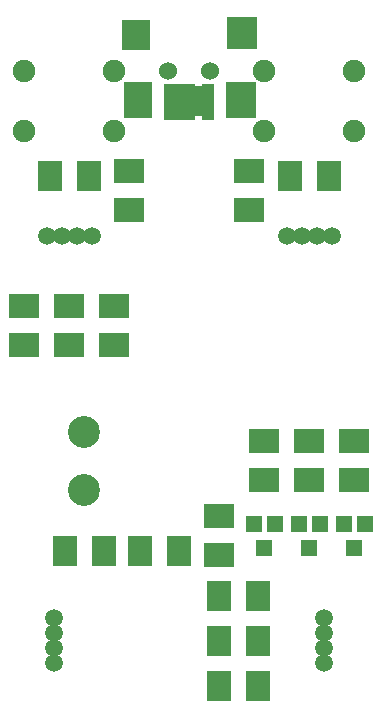
<source format=gbs>
G04 (created by PCBNEW-RS274X (2011-07-08)-stable) date Mo 25 Jul 2011 12:51:42 CEST*
G01*
G70*
G90*
%MOIN*%
G04 Gerber Fmt 3.4, Leading zero omitted, Abs format*
%FSLAX34Y34*%
G04 APERTURE LIST*
%ADD10C,0.006000*%
%ADD11R,0.100000X0.080000*%
%ADD12R,0.080000X0.100000*%
%ADD13R,0.056000X0.056000*%
%ADD14C,0.075000*%
%ADD15R,0.039600X0.120000*%
%ADD16R,0.092000X0.100000*%
%ADD17R,0.092000X0.118400*%
%ADD18R,0.098700X0.110000*%
%ADD19R,0.098700X0.118400*%
%ADD20R,0.037000X0.100000*%
%ADD21C,0.060000*%
%ADD22C,0.106600*%
%ADD23C,0.059400*%
G04 APERTURE END LIST*
G54D10*
G54D11*
X34500Y-42850D03*
X34500Y-44150D03*
X36000Y-42850D03*
X36000Y-44150D03*
X33000Y-42850D03*
X33000Y-44150D03*
G54D12*
X35150Y-34000D03*
X33850Y-34000D03*
X27150Y-34000D03*
X25850Y-34000D03*
X27650Y-46500D03*
X26350Y-46500D03*
X28850Y-46500D03*
X30150Y-46500D03*
G54D11*
X31500Y-45350D03*
X31500Y-46650D03*
X32500Y-33850D03*
X32500Y-35150D03*
X28500Y-33850D03*
X28500Y-35150D03*
G54D13*
X34850Y-45600D03*
X34150Y-45600D03*
X34500Y-46400D03*
X36350Y-45600D03*
X35650Y-45600D03*
X36000Y-46400D03*
X33350Y-45600D03*
X32650Y-45600D03*
X33000Y-46400D03*
G54D14*
X33000Y-30500D03*
X33000Y-32500D03*
X36000Y-30500D03*
X36000Y-32500D03*
X25000Y-30500D03*
X25000Y-32500D03*
X28000Y-30500D03*
X28000Y-32500D03*
G54D15*
X30500Y-31524D03*
X30186Y-31524D03*
X31129Y-31524D03*
G54D16*
X28729Y-29319D03*
G54D17*
X28800Y-31475D03*
G54D18*
X32271Y-29250D03*
G54D19*
X32232Y-31484D03*
G54D20*
X30814Y-31500D03*
G54D21*
X29811Y-30500D03*
X31189Y-30500D03*
G54D15*
X29871Y-31524D03*
G54D22*
X27000Y-42535D03*
X27000Y-44465D03*
G54D23*
X35000Y-48750D03*
X35000Y-49250D03*
X35000Y-49750D03*
X35000Y-50250D03*
X25750Y-36000D03*
X26250Y-36000D03*
X26750Y-36000D03*
X27250Y-36000D03*
X26000Y-48750D03*
X26000Y-49250D03*
X26000Y-49750D03*
X26000Y-50250D03*
X33750Y-36000D03*
X34250Y-36000D03*
X34750Y-36000D03*
X35250Y-36000D03*
G54D12*
X31500Y-49500D03*
X32800Y-49500D03*
X31500Y-51000D03*
X32800Y-51000D03*
X31500Y-48000D03*
X32800Y-48000D03*
G54D11*
X26500Y-39650D03*
X26500Y-38350D03*
X28000Y-39650D03*
X28000Y-38350D03*
X25000Y-39650D03*
X25000Y-38350D03*
M02*

</source>
